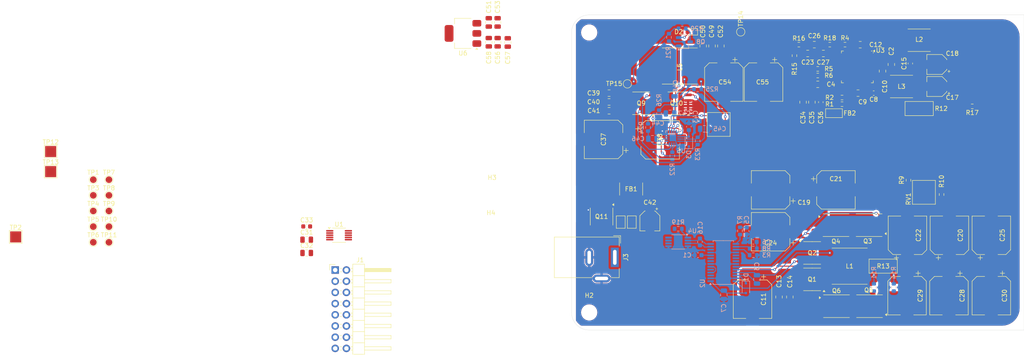
<source format=kicad_pcb>
(kicad_pcb (version 20240108) (generator "pcbnew") (generator_version "8.0")
  (layers (0 "F.Cu" signal) (31 "B.Cu" signal) (34 "B.Paste" user) (35 "F.Paste" user) (36 "B.SilkS" user "B.Silkscreen") (37 "F.SilkS" user "F.Silkscreen") (38 "B.Mask" user) (39 "F.Mask" user) (44 "Edge.Cuts" user))
  (net 0 "")
  (net 1 "GND")
  (net 2 "VDC")
  (net 3 "Net-(D1-K)")
  (net 4 "Net-(C6-Pad2)")
  (net 5 "/Power/FB")
  (net 6 "+5V")
  (net 7 "/Driver/LD")
  (net 8 "/Driver/TEC-")
  (net 9 "/Driver/TEC+")
  (net 10 "/Driver/INT-")
  (net 11 "Net-(C19-Pad1)")
  (net 12 "/Driver/INTOUT")
  (net 13 "GNDA")
  (net 14 "/Driver/1V5ADC")
  (net 15 "+1V5")
  (net 16 "Net-(D2-A)")
  (net 17 "/Driver/SW")
  (net 18 "/Driver/SENSE+")
  (net 19 "/Driver/SENSE-")
  (net 20 "GND1")
  (net 21 "Net-(D1-A)")
  (net 22 "+3V3")
  (net 23 "Net-(D3-A)")
  (net 24 "Net-(JP1-B)")
  (net 25 "Net-(JP1-A)")
  (net 26 "/UNDERTMP_ALM")
  (net 27 "/~{LDAC}")
  (net 28 "/OVERTMP_ALM")
  (net 29 "/TEC_EN")
  (net 30 "/SDA")
  (net 31 "/ITEC_MON")
  (net 32 "/SUPPLY_EN")
  (net 33 "/ILD_MON_ADC")
  (net 34 "/CTRL_SEL")
  (net 35 "/LD_EN")
  (net 36 "/LD_MOD")
  (net 37 "/RDY{slash}~{BSY}")
  (net 38 "/SCL")
  (net 39 "/Power/DH")
  (net 40 "/Power/DL")
  (net 41 "Net-(Q3-D-Pad5)")
  (net 42 "/Driver/PWMGL")
  (net 43 "/Driver/PWMGH")
  (net 44 "Net-(Q8-G)")
  (net 45 "/Driver/NTC+")
  (net 46 "/Driver/BFB-")
  (net 47 "/Driver/CTRL_H_DAC")
  (net 48 "/Driver/CTRL_L_DAC")
  (net 49 "/Driver/MAXV_DAC")
  (net 50 "/Driver/FB+")
  (net 51 "Net-(L2-Pad1)")
  (net 52 "Net-(L3-Pad1)")
  (net 53 "/ILD_MON")
  (net 54 "Net-(U2-SS)")
  (net 55 "Net-(U3-AOUT)")
  (net 56 "Net-(U3-AIN-)")
  (net 57 "Net-(C5-Pad1)")
  (net 58 "Net-(U3-COMP)")
  (net 59 "Net-(U3-CS)")
  (net 60 "Net-(C20-Pad2)")
  (net 61 "Net-(C23-Pad2)")
  (net 62 "Net-(C26-Pad1)")
  (net 63 "Net-(C28-Pad2)")
  (net 64 "Net-(U5-VDD)")
  (net 65 "Net-(U5-ILIM)")
  (net 66 "Net-(D3-K)")
  (net 67 "Net-(U5-SW)")
  (net 68 "Net-(C47-Pad2)")
  (net 69 "Net-(L1-Pad2)")
  (net 70 "Net-(Q1-G)")
  (net 71 "Net-(Q2-G)")
  (net 72 "Net-(Q5-D-Pad5)")
  (net 73 "Net-(U3-AIN+)")
  (net 74 "Net-(U2-RT)")
  (net 75 "Net-(U2-VCL)")
  (net 76 "Net-(U2-VCH)")
  (net 77 "Net-(U2-FB)")
  (net 78 "Net-(U3-DIFOUT)")
  (net 79 "Net-(R19-Pad2)")
  (net 80 "Net-(R19-Pad1)")
  (net 81 "Net-(Q8-D)")
  (net 82 "Net-(U5-FREQ)")
  (net 85 "Net-(U3-NC-Pad2)")
  (footprint "TestPoint:TestPoint_Pad_D1.5mm" (layer "F.Cu") (at 52.205 75.485)
    (property "Reference" "TP9")
    (property "Value" "TestPoint")
  )
  (footprint "Capacitor_SMD:C_0805_2012Metric" (layer "F.Cu") (at 222.4 37.76)
    (property "Reference" "C12")
    (property "Value" "10u")
  )
  (footprint "PCM_Ferrite_SMD_AKL:Ferrite_0805_2012Metric" (layer "F.Cu") (at 216.45 53.3 180)
    (property "Reference" "FB2")
    (property "Value" "110R" (hide yes))
  )
  (footprint "Capacitor_SMD:C_0805_2012Metric" (layer "F.Cu") (at 212.775 46.75)
    (property "Reference" "C4")
    (property "Value" "1u")
  )
  (footprint "Inductor_SMD:L_Taiyo-Yuden_NR-50xx" (layer "F.Cu") (at 235.75 36.75)
    (property "Reference" "L2")
    (property "Value" "3u3")
  )
  (footprint "Capacitor_SMD:C_0805_2012Metric" (layer "F.Cu") (at 138.25 37.199999 -90)
    (property "Reference" "C58")
    (property "Value" "10u")
  )
  (footprint "Capacitor_SMD:CP_Elec_8x10.5" (layer "F.Cu") (at 242.5 94.7 -90)
    (property "Reference" "C28")
    (property "Value" "330u")
  )
  (footprint "Connector_BarrelJack:BarrelJack_Wuerth_6941xx301002" (layer "F.Cu") (at 166.8 86 -90)
    (property "Reference" "J3")
    (property "Value" "Barrel_Jack_Switch")
  )
  (footprint "Package_SO:PowerPAK_SO-8_Single" (layer "F.Cu") (at 217.02 97.085)
    (property "Reference" "Q6")
    (property "Value" "SiRC18DP")
  )
  (footprint "TestPoint:TestPoint_Pad_2.5x2.5mm" (layer "F.Cu") (at 31.075 81.365)
    (property "Reference" "TP2")
    (property "Value" "TestPoint")
  )
  (footprint "Resistor_SMD:R_0603_1608Metric" (layer "F.Cu") (at 218.95 37.75 180)
    (property "Reference" "R4")
    (property "Value" "1k")
  )
  (footprint "Capacitor_SMD:CP_Elec_8x10.5" (layer "F.Cu") (at 198 95.5 -90)
    (property "Reference" "C11")
    (property "Value" "330u")
  )
  (footprint "TestPoint:TestPoint_Pad_D1.5mm" (layer "F.Cu") (at 195.325 34.85 -90)
    (property "Reference" "TP14")
    (property "Value" "TestPoint")
  )
  (footprint "Package_SO:SOP-8_3.9x4.9mm_P1.27mm" (layer "F.Cu") (at 211.5 91 180)
    (property "Reference" "Q1")
    (property "Value" "RJK0355DSP")
  )
  (footprint "Resistor_SMD:R_0603_1608Metric" (layer "F.Cu") (at 207.5 40.25 -90)
    (property "Reference" "R15")
    (property "Value" "22k")
  )
  (footprint "Capacitor_SMD:CP_Elec_4x5.4" (layer "F.Cu") (at 174.75 77.75 -90)
    (property "Reference" "C42")
    (property "Value" "1u")
  )
  (footprint "Jumper:SolderJumper-2_P1.3mm_Open_TrianglePad1.0x1.5mm" (layer "F.Cu") (at 168.145 78 90)
    (property "Reference" "JP2" (hide yes))
    (property "Value" "SolderJumper_2_Open")
  )
  (footprint "MountingHole:MountingHole_3.2mm_M3_ISO7380" (layer "F.Cu") (at 138.75 79.75)
    (property "Reference" "H4")
    (property "Value" "MountingHole")
  )
  (footprint "Capacitor_SMD:C_0805_2012Metric" (layer "F.Cu") (at 214.05 39.75)
    (property "Reference" "C27")
    (property "Value" "470n")
  )
  (footprint "TestPoint:TestPoint_Pad_2.5x2.5mm" (layer "F.Cu") (at 39 66.55)
    (property "Reference" "TP13")
    (property "Value" "TestPoint")
  )
  (footprint "Capacitor_SMD:C_0805_2012Metric" (layer "F.Cu") (at 206.45 95 -90)
    (property "Reference" "C14")
    (property "Value" "100n")
  )
  (footprint "Capacitor_SMD:CP_Elec_8x10.5" (layer "F.Cu") (at 200.5 46.25 -90)
    (property "Reference" "C55")
    (property "Value" "330u")
  )
  (footprint "TestPoint:TestPoint_Pad_D1.5mm" (layer "F.Cu") (at 48.655 79.035)
    (property "Reference" "TP5")
    (property "Value" "TestPoint")
  )
  (footprint "Package_DFN_QFN:TQFN-48-1EP_7x7mm_P0.5mm_EP5.1x5.1mm" (layer "F.Cu") (at 221.75 42.8 -90)
    (property "Reference" "U3")
    (property "Value" "MAX1978")
  )
  (footprint "Capacitor_SMD:C_0805_2012Metric" (layer "F.Cu") (at 140.25 32.7 90)
    (property "Reference" "C53")
    (property "Value" "100n")
  )
  (footprint "PCM_Potentiometer_SMD_AKL:Potentiometer_Bourns_3214W_Vertical" (layer "F.Cu") (at 236.826694 71.25 -90)
    (property "Reference" "RV1")
    (property "Value" "100k" (hide yes))
  )
  (footprint "Capacitor_SMD:CP_Elec_4x5.4" (layer "F.Cu") (at 239.75 47.25 180)
    (property "Reference" "C17")
    (property "Value" "1u")
  )
  (footprint "Package_SO:SOP-8_3.9x4.9mm_P1.27mm" (layer "F.Cu") (at 211.5 85)
    (property "Reference" "Q2")
    (property "Value" "RJK0355DSP")
  )
  (footprint "Resistor_SMD:R_0603_1608Metric" (layer "F.Cu") (at 233.326694 68.5 -90)
    (property "Reference" "R9")
    (property "Value" "100k")
  )
  (footprint "Capacitor_SMD:C_0805_2012Metric" (layer "F.Cu") (at 221.9 48.75)
    (property "Reference" "C9")
    (property "Value" "22u")
  )
  (footprint "TestPoint:TestPoint_Pad_D1.5mm" (layer "F.Cu") (at 52.205 68.385)
    (property "Reference" "TP7")
    (property "Value" "TestPoint")
  )
  (footprint "Package_SO:SOP-8_3.9x4.9mm_P1.27mm" (layer "F.Cu") (at 172.775 51.05 180)
    (property "Reference" "Q9")
    (property "Value" "RJK0355DSP")
  )
  (footprint "Capacitor_SMD:C_0805_2012Metric" (layer "F.Cu") (at 211.45 50.8 90)
    (property "Reference" "C35")
    (property "Value" "100n")
  )
  (footprint "Capacitor_SMD:CP_Elec_8x10.5" (layer "F.Cu") (at 252.1 81 90)
    (property "Reference" "C25")
    (property "Value" "330u")
  )
  (footprint "Capacitor_SMD:CP_Elec_8x10.5" (layer "F.Cu") (at 202.1 80.2 180)
    (property "Reference" "C24")
    (property "Value" "330u")
  )
  (footprint "TestPoint:TestPoint_Pad_D1.5mm" (layer "F.Cu") (at 169.65 46.645)
    (property "Reference" "TP15")
    (property "Value" "TestPoint")
  )
  (footprint "NetTie:NetTie-2_SMD_Pad0.5mm" (layer "F.Cu") (at 220.95 50.75 180)
    (property "Reference" "NT1" (hide yes))
    (property "Value" "NetTie_2" (hide yes))
  )
  (footprint "Capacitor_SMD:CP_Elec_8x10.5" (layer "F.Cu") (at 252.1 94.7 -90)
    (property "Reference" "C30")
    (property "Value" "330u")
  )
  (footprint "Resistor_SMD:R_0603_1608Metric" (layer "F.Cu") (at 215.5 37.75 180)
    (property "Reference" "R18")
    (property "Value" "100k")
  )
  (footprint "Resistor_SMD:R_0603_1608Metric" (layer "F.Cu") (at 240.826694 71.75 -90)
    (property "Reference" "R10")
    (property "Value" "10K")
  )
  (footprint "TestPoint:TestPoint_Pad_D1.5mm" (layer "F.Cu") (at 52.205 82.585)
    (property "Reference" "TP11")
    (property "Value" "TestPoint")
  )
  (footprint "Capacitor_SMD:C_0805_2012Metric" (layer "F.Cu") (at 229.45 42.25 90)
    (property "Reference" "C2")
    (property "Value" "100n")
  )
  (footprint "Resistor_SMD:R_0603_1608Metric" (layer "F.Cu") (at 218.275 51.25 180)
    (property "Reference" "R1")
    (property "Value" "69.8k")
  )
  (footprint "Resistor_SMD:R_0603_1608Metric" (layer "F.Cu") (at 212.775 44.75)
    (property "Reference" "R6")
    (property "Value" "80.6k")
  )
  (footprint "Capacitor_SMD:C_0805_2012Metric" (layer "F.Cu") (at 204 95 -90)
    (property "Reference" "C13")
    (property "Value" "1u")
  )
  (footprint "Resistor_SMD:R_0603_1608Metric" (layer "F.Cu") (at 218.275 49.75)
    (property "Reference" "R2")
    (property "Value" "20k")
  )
  (footprint "PCM_Potentiometer_SMD_AKL:Potentiometer_Bourns_3214W_Vertical" (layer "F.Cu") (at 190.325 55.85 90)
    (property "Reference" "RV2" (hide yes))
    (property "Value" "100k" (hide yes))
  )
  (footprint "Capacitor_SMD:C_0805_2012Metric" (layer "F.Cu") (at 212 37.75 180)
    (property "Reference" "C26")
    (property "Value" "10u")
  )
  (footprint "Package_SO:SOP-8_3.9x4.9mm_P1.27mm" (layer "F.Cu") (at 180.775 51.05 180)
    (property "Reference" "Q10")
    (property "Value" "RJK0355DSP")
  )
  (footprint "MountingHole:MountingHole_3.2mm_M3_ISO7380" (layer "F.Cu") (at 161 35)
    (property "Reference" "H1" (hide yes))
    (property "Value" "MountingHole")
  )
  (footprint "TestPoint:TestPoint_Pad_2.5x2.5mm" (layer "F.Cu") (at 39 62)
    (property "Reference" "TP12")
    (property "Value" "TestPoint")
  )
  (footprint "Capacitor_SMD:C_0805_2012Metric" (layer "F.Cu") (at 186.825 38.05 90)
    (property "Reference" "C50")
    (property "Value" "1u")
  )
  (footprint "Resistor_SMD:R_0603_1608Metric" (layer "F.Cu") (at 212.775 43.25)
    (property "Reference" "R5")
    (property "Value" "20k")
  )
  (footprint "Inductor_SMD:L_Taiyo-Yuden_NR-50xx" (layer "F.Cu") (at 231.75 47.25)
    (property "Reference" "L3")
    (property "Value" "3u3")
  )
  (footprint "Capacitor_SMD:CP_Elec_8x10.5" (layer "F.Cu") (at 202.1 70.7 180)
    (property "Reference" "C19")
    (property "Value" "330u")
  )
  (footprint "Capacitor_SMD:C_0805_2012Metric" (layer "F.Cu") (at 97 85.01)
    (property "Reference" "C32")
    (property "Value" "100n")
  )
  (footprint "Inductor_SMD:L_Taiyo-Yuden_NR-80xx" (layer "F.Cu") (at 181.525 42.6)
    (property "Reference" "L5")
    (property "Value" "22u")
  )
  (footprint "Capacitor_SMD:C_0805_2012Metric" (layer "F.Cu") (at 97 82)
    (property "Reference" "C31")
    (property "Value" "1u")
  )
  (footprint "Capacitor_SMD:C_0805_2012Metric" (layer "F.Cu") (at 188.825 38.05 90)
    (property "Reference" "C49")
    (property "Value" "100n")
  )
  (footprint "Capacitor_SMD:CP_Elec_8x10.5" (layer "F.Cu") (at 242.6 81 90)
    (property "Reference" "C20")
    (property "Value" "330u")
  )
  (footprint "Capacitor_SMD:CP_Elec_8x10.5" (layer "F.Cu") (at 233 94.7 -90)
    (property "Reference" "C29")
    (property "Value" "330u")
  )
  (footprint "Capacitor_SMD:CP_Elec_4x5.4" (layer "F.Cu") (at 239.75 42.25 180)
    (property "Reference" "C18")
    (property "Value" "1u")
  )
  (footprint "NetTie:NetTie-2_SMD_Pad0.5mm" (layer "F.Cu") (at 177.575 57.849999 90)
    (property "Reference" "NT2" (hide yes))
    (property "Value" "NetTie_2" (hide yes))
  )
  (footprint "Capacitor_SMD:C_0805_2012Metric" (layer "F.Cu") (at 138.25 32.699999 90)
    (property "Reference" "C51")
    (property "Value" "10u")
  )
  (footprint "Package_SO:PowerPAK_SO-8_Single" (layer "F.Cu") (at 216.91 78.7)
    (property "Reference" "Q4")
    (property "Value" "SiRC18DP")
  )
  (footprint "TestPoint:TestPoint_Pad_D1.5mm" (layer "F.Cu") (at 52.205 71.935)
    (property "Reference" "TP8")
    (property "Value" "TestPoint")
  )
  (footprint "Package_SO:PowerPAK_SO-8_Single" (layer "F.Cu") (at 224.41 78.7 180)
    (property "Reference" "Q3")
    (property "Value" "SiRC18DP")
  )
  (footprint "TestPoint:TestPoint_Pad_D1.5mm" (layer "F.Cu") (at 48.655 71.935)
    (property "Reference" "TP3")
    (property "Value" "TestPoint")
  )
  (footprint "Capacitor_SMD:C_0805_2012Metric" (layer "F.Cu") (at 165.5 52.75 180)
    (property "Reference" "C41")
    (property "Value" "100n")
  )
  (footprint "Capacitor_SMD:C_0805_2012Metric" (layer "F.Cu") (at 210.5 39.75 180)
    (property "Reference" "C23")
    (property "Value" "470n")
  )
  (footprint "Capacitor_SMD:CP_Elec_8x10.5" (layer "F.Cu") (at 191.5 46.25 -90)
    (property "Reference" "C54")
    (property "Value" "330u")
  )
  (footprint "Capacitor_SMD:C_0805_2012Metric" (layer "F.Cu") (at 140.26 37.199999 -90)
    (property "Reference" "C56")
    (property "Value" "100n")
  )
  (footprint "TestPoint:TestPoint_Pad_D1.5mm" (layer "F.Cu") (at 48.655 68.385)
    (property "Reference" "TP1")
    (property "Value" "TestPoint")
  )
  (footprint "Package_SO:SOIC-8_3.9x4.9mm_P1.27mm" (layer "F.Cu") (at 163.8 76.75 -90)
    (property "Reference" "Q11")
    (property "Value" "DMP3037LSS-13")
  )
  (footprint "Resistor_SMD:R_0603_1608Metric" (layer "F.Cu") (at 247.775 51.75 180)
    (property "Reference" "R17")
    (property "Value" "10k")
  )
  (footprint "Capacitor_SMD:C_0603_1608Metric" (layer "F.Cu") (at 225.45 48.75 180)
    (property "Reference" "C8")
    (property "Value" "10n")
  )
  (footprint "Resistor_SMD:R_0603_1608Metric" (layer "F.Cu") (at 208.5 37.75)
    (property "Reference" "R16")
    (property "Value" "1M")
  )
  (footprint "MountingHole:MountingHole_3.2mm_M3_ISO7380" (layer "F.Cu") (at 139 71.75)
    (property "Reference" "H3")
    (property "Value" "MountingHole")
  )
  (footprint "Connector_PinHeader_2.54mm:PinHeader_2x08_P2.54mm_Horizontal" (layer "F.Cu") (at 103.46 88.88)
    (property "Reference" "J1")
    (property "Value" "BASYS3")
  )
  (footprint "MountingHole:MountingHole_3.2mm_M3_ISO7380" (layer "F.Cu") (at 161 98.5)
    (property "Reference" "H2")
    (property "Value" "MountingHole")
  )
  (footprint "Capacitor_SMD:C_0603_1608Metric" (layer "F.Cu") (at 97 78.99)
    (property "Reference" "C33")
    (property "Value" "10n")
  )
  (footprint "Package_SO:MSOP-10_3x3mm_P0.5mm" (layer "F.Cu") (at 104.335 80.985)
    (property "Reference" "U1")
    (property "Value" "MCP4728")
  )
  (footprint "TestPoint:TestPoint_Pad_D1.5mm" (layer "F.Cu") (at 48.655 75.485)
    (property "Reference" "TP4")
    (property "Value" "TestPoint")
  )
  (footprint "Capacitor_SMD:C_0805_2012Metric" (layer "F.Cu") (at 209.45 50.8 90)
    (property "Reference" "C34")
    (property "Value" "1u")
  )
  (footprint "Capacitor_SMD:CP_Elec_8x10.5" (layer "F.Cu") (at 233.1 81 90)
    (property "Reference" "C22")
    (property "Value" "330u")
  )
  (footprint "TestPoint:TestPoint_Pad_D1.5mm" (layer "F.Cu") (at 52.205 79.035)
    (property "Reference" "TP10")
    (property "Value" "TestPoint")
  )
  (footprint "Capacitor_SMD:C_2220_5750Metric_Pad1.97x5.40mm_HandSolder" (layer "F.Cu") (at 170.5 70.5 90)
    (property "Reference" "FB1")
    (property "Value" "100")
  )
  (footprint "Package_SO:PowerPAK_SO-8_Single" (layer "F.Cu") (at 224.505 97.085 180)
    (property "Reference" "Q5")
    (property "Value" "SiRC18DP")
  )
  (footprint "PCM_Resistor_SMD_AKL:R_2010_5025Metric" (layer "F.Cu") (at 235.75 52.25)
    (property "Reference" "R12")
    (property "Value" "50m" (hide yes))
  )
  (footprint "Package_TO_SOT_SMD:SOT-223-3_TabPin2" (layer "F.Cu") (at 132.4 35.199999 180)
    (property "Reference" "U6")
    (property "Value" "NCP1117-3.3_SOT223")
  )
  (footprint "Capacitor_SMD:C_0805_2012Metric" (layer "F.Cu") (at 227.45 43.75 -90)
    (property "Reference" "C10")
    (property "Value" "10u")
  )
  (footprint "PCM_Resistor_SMD_AKL:R_2010_5025Metric" (layer "F.Cu") (at 227.6 88)
    (property "Reference" "R13")
    (property "Value" "25m" (hide yes))
  )
  (footprint "Capacitor_SMD:C_0805_2012Metric" (layer "F.Cu") (at 142.55 37.249999 -90)
    (property "Reference" "C57")
    (property "Value" "10u")
  )
  (footprint "Capacitor_SMD:CP_Elec_8x10.5" (layer "F.Cu") (at 216.9 70.7)
    (property "Reference" "C21")
    (property "Value" "330u")
  )
  (footprint "Capacitor_SMD:C_0805_2012Metric" (layer "F.Cu") (at 165.5 48.750001 180)
    (property "Reference" "C39")
    (property "Value" "10u")
  )
  (footprint "Capacitor_SMD:C_0805_2012Metric" (layer "F.Cu") (at 190.825 38.05 90)
    (property "Reference" "C52")
    (property "Value" "10u")
  )
  (footprint "Jumper:SolderJumper-2_P1.3mm_Open_TrianglePad1.0x1.5mm" (layer "F.Cu") (at 170.645 78 90)
    (property "Reference" "JP1" (hide yes))
    (property "Value" "SolderJumper_2_Open")
  )
  (footprint "Inductor_SMD:L_Taiyo-Yuden_NR-80xx" (layer "F.Cu") (at 220 88)
    (property "Reference" "L1")
    (property "Value" "22u")
  )
  (footprint "Capacitor_SMD:CP_Elec_8x10.5" (layer "F.Cu") (at 177.075 59.35)
    (property "Reference" "C38")
    (property "Value" "220u")
  )
  (footprint "TestPoint:TestPoint_Pad_D1.5mm" (layer "F.Cu") (at 48.655 82.585)
    (property "Reference" "TP6")
    (property "Value" "TestPoint")
  )
  (footprint "Capacitor_SMD:C_0603_1608Metric" (layer "F.Cu") (at 233.75 42.025 90)
    (property "Reference" "C15")
    (property "Value" "4u7")
  )
  (footprint "Capacitor_SMD:C_0805_2012Metric" (layer "F.Cu") (at 165.5 50.75 180)
    (property "Reference" "C40")
    (property "Value" "1u")
  )
  (footprint "Capacitor_SMD:CP_Elec_8x10.5" (layer "F.Cu") (at 164.25 59.25 180)
    (property "Reference" "C37")
    (property "Value" "220u")
  )
  (footprint "LED_SMD:LED_0603_1608Metric" (layer "F.Cu") (at 184.075 34.85 180)
    (property "Reference" "D2")
    (property "Value" "LED")
  )
  (footprint "Capacitor_SMD:C_0603_1608Metric" (layer "F.Cu") (at 213.47 50.8 90)
    (property "Reference" "C36")
    (property "Value" "10n")
  )
  (footprint "Resistor_SMD:R_0603_1608Metric" (layer "B.Cu") (at 225.5 92.825 90)
    (property "Reference" "R11")
    (property "Value" "10")
  )
  (footprint "Diode_SMD:D_SOD-323F" (layer "B.Cu") (at 196.5 93 -90)
    (property "Reference" "D1")
    (property "Value" "BAT54")
  )
  (footprint "Capacitor_SMD:C_0805_2012Metric" (layer "B.Cu") (at 175.325 59.1)
    (property "Reference" "C46")
    (property "Value" "100n")
  )
  (footprint "Capacitor_SMD:C_0603_1608Metric" (layer "B.Cu") (at 198.164999 82.505)
    (property "Reference" "C6")
    (property "Value" "2.2n")
  )
  (footprint "Resistor_SMD:R_0603_1608Metric" (layer "B.Cu") (at 198.164999 85.505 180)
    (property "Reference" "R3")
    (property "Value" "40.2k")
  )
  (footprint "Capacitor_SMD:C_0603_1608Metric" (layer "B.Cu") (at 179.575 55.1 180)
    (property "Reference" "C44")
    (property "Value" "4u7")
  )
  (footprint "Capacitor_SMD:C_0603_1608Metric" (layer "B.Cu") (at 186.084999 82.505 -90)
    (property "Reference" "C16")
    (property "Value" "33n")
  )
  (footprint "Package_DFN_QFN:HVQFN-16-1EP_3x3mm_P0.5mm_EP1.5x1.5mm" (layer "B.Cu") (at 179.95 58.9125 180)
    (property "Reference" "U5")
    (property "Value" "MIC2101")
  )
  (footprint "Resistor_SMD:R_0603_1608Metric" (layer "B.Cu") (at 179.075 36.1 90)
    (property "Reference" "R21")
    (property "Value" "10k")
  )
  (footprint "Resistor_SMD:R_0603_1608Metric" (layer "B.Cu") (at 176.825 53.425 90)
    (property "Reference" "R26")
    (property "Value" "10k")
  )
  (footprint "Diode_SMD:D_SOD-323F" (layer "B.Cu") (at 183.575 59.725 90)
    (property "Reference" "D3")
    (property "Value" "1PS76SB21")
  )
  (footprint "Capacitor_SMD:C_0603_1608Metric" (layer "B.Cu") (at 196.664999 80.005 -90)
    (property "Reference" "C5")
    (property "Value" "2.2n")
  )
  (footprint "Package_SO:TSSOP-28-1EP_4.4x9.7mm_P0.65mm_EP2.85x6.7mm" (layer "B.Cu") (at 191.374999 87.175)
    (property "Reference" "U2")
    (property "Value" "LM3743")
  )
  (footprint "Capacitor_SMD:C_0805_2012Metric" (layer "B.Cu") (at 180.325 50.425 90)
    (property "Reference" "C48")
    (property "Value" "100n")
  )
  (footprint "Resistor_SMD:R_0603_1608Metric" (layer "B.Cu") (at 174.325 56.525 -90)
    (property "Reference" "R24")
    (property "Value" "R_Small")
  )
  (footprint "Resistor_SMD:R_0603_1608Metric" (layer "B.Cu") (at 182.075 34.1 180)
    (property "Reference" "R20")
    (property "Value" "2k2")
  )
  (footprint "Resistor_SMD:R_0603_1608Metric" (layer "B.Cu") (at 185.575 59.6 -90)
    (property "Reference" "R23")
    (property "Value" "R_Small")
  )
  (footprint "Resistor_SMD:R_0603_1608Metric" (layer "B.Cu") (at 179.825 62.975 -90)
    (property "Reference" "R22")
    (property "Value" "100k 1%")
  )
  (footprint "Capacitor_SMD:C_0603_1608Metric" (layer "B.Cu") (at 185.664999 85.505)
    (property "Reference" "C1")
    (property "Value" "10n")
  )
  (footprint "Resistor_SMD:R_0603_1608Metric" (layer "B.Cu") (at 198.164999 84.005)
    (property "Reference" "R8")
    (property "Value" "800k")
  )
  (footprint "Capacitor_SMD:C_0805_2012Metric" (layer "B.Cu") (at 191.5 94.5 90)
    (property "Reference" "C7")
    (property "Value" "22u")
  )
  (footprint "Package_SO:VSSOP-8_3.0x3.0mm_P0.65mm" (layer "B.Cu") (at 181.164999 82.505 180)
    (property "Reference" "U4")
    (property "Value" "INA333xxDGK")
  )
  (footprint "Capacitor_SMD:C_0805_2012Metric" (layer "B.Cu") (at 187.075 56.85 180)
    (property "Reference" "C45")
    (property "Value" "100n")
  )
  (footprint "Resistor_SMD:R_0603_1608Metric" (layer "B.Cu") (at 230 92.825 90)
    (property "Reference" "R14")
    (property "Value" "10")
  )
  (footprint "Package_TO_SOT_SMD:TSOT-23" (layer "B.Cu") (at 182.575 37.1)
    (property "Reference" "Q8")
    (property "Value" "2N7002")
  )
  (footprint "Resistor_SMD:R_0603_1608Metric" (layer "B.Cu") (at 195.164999 80.005 90)
    (property "Reference" "R7")
    (property "Value" "800k")
  )
  (footprint "Capacitor_SMD:C_0805_2012Metric" (layer "B.Cu") (at 179.325 53.35 180)
    (property "Reference" "C47")
    (property "Value" "100n")
  )
  (footprint "Resistor_SMD:R_0603_1608Metric" (layer "B.Cu") (at 181.164999 79.53)
    (property "Reference" "R19")
    (property "Value" "11K 0.1%")
  )
  (footprint "Resistor_SMD:R_0603_1608Metric" (layer "B.Cu") (at 185.575 47.85)
    (property "Reference" "R25")
    (property "Value" "100k")
  )
  (footprint "Capacitor_SMD:C_0603_1608Metric" (layer "B.Cu") (at 183.575 56.35 90)
    (property "Reference" "C43")
    (property "Value" "4u7")
  )
  (footprint "Capacitor_SMD:C_0805_2012Metric" (layer "B.Cu") (at 199 91 90)
    (property "Reference" "C3")
    (property "Value" "100n")
  )
  (gr_arc (start 161 102.5) (mid 158.171573 101.328427) (end 157 98.5) (stroke (width 0.05)) (layer "Edge.Cuts"))
  (gr_line (start 161 31) (end 259.5 31) (stroke (width 0.05)) (layer "Edge.Cuts"))
  (gr_line (start 259.5 102.5) (end 161 102.5) (stroke (width 0.05)) (layer "Edge.Cuts"))
  (gr_line (start 259.5 31) (end 259.5 102.5) (stroke (width 0.05)) (layer "Edge.Cuts"))
  (gr_line (start 157 98.5) (end 157 35) (stroke (width 0.05)) (layer "Edge.Cuts"))
  (gr_arc (start 157 35) (mid 158.171573 32.171573) (end 161 31) (stroke (width 0.05)) (layer "Edge.Cuts"))
  (segment (start 160.92 75.25) (end 161.895 74.275) (width 0.2) (layer "F.Cu") (net 1))
  (segment (start 160.8 75.25) (end 160.92 75.25) (width 0.2) (layer "F.Cu") (net 1))
  (via (at 160.8 75.25) (size 0.6) (drill 0.3) (layers "F.Cu" "B.Cu") (net 1))
  (via (at 185.825 55.1) (size 0.6) (drill 0.3) (layers "F.Cu" "B.Cu") (net 1))
  (via (at 181.575 61.6) (size 0.6) (drill 0.3) (layers "F.Cu" "B.Cu") (net 1))
  (segment (start 194.237499 90.75) (end 189.249998 90.75) (width 0.2) (layer "B.Cu") (net 1))
  (segment (start 181.575 61.225) (end 180.7 60.35) (width 0.2) (layer "B.Cu") (net 1))
  (segment (start 191.699999 87.5) (end 191.374999 87.175) (width 0.2) (layer "B.Cu") (net 1))
  (segment (start 191.049999 87.5) (end 191.374999 87.175) (width 0.2) (layer "B.Cu") (net 1))
  (segment (start 180.65 59.6125) (end 179.95 58.9125) (width 0.2) (layer "B.Cu") (net 1))
  (segment (start 194.237499 84.9) (end 191.374999 84.9) (width 0.2) (layer "B.Cu") (net 1))
  (segment (start 180.65 60.3) (end 180.65 59.6125) (width 0.2) (layer "B.Cu") (net 1))
  (segment (start 180.7 60.35) (end 180.65 60.3) (width 0.2) (layer "B.Cu") (net 1))
  (segment (start 188.512499 84.9) (end 191.374999 84.9) (width 0.2) (layer "B.Cu") (net 1))
  (segment (start 188.512499 87.5) (end 191.049999 87.5) (width 0.2) (layer "B.Cu") (net 1))
  (segment (start 191.374999 84.9) (end 191.374999 87.175) (width 0.2) (layer "B.Cu") (net 1))
  (segment (start 188.512499 90.75) (end 189.249998 90.75) (width 0.2) (layer "B.Cu") (net 1))
  (segment (start 191.374999 88.624999) (end 191.374999 87.175) (width 0.2) (layer "B.Cu") (net 1))
  (segment (start 181.575 61.6) (end 181.575 61.225) (width 0.2) (layer "B.Cu") (net 1))
  (segment (start 194.237499 87.5) (end 191.699999 87.5) (width 0.2) (layer "B.Cu") (net 1))
  (segment (start 181.575 57.225002) (end 181.049998 56.7) (width 0.2) (layer "F.Cu") (net 2))
  (segment (start 181.049998 56.7) (end 181.019349 56.730649) (width 0.2) (layer "F.Cu") (net 2))
  (segment (start 181.019349 56.730649) (end 179.898963 56.730649) (width 0.2) (layer "F.Cu") (net 2))
  (segment (start 176.125 56.6) (end 173.375 59.35) (width 0.2) (layer "F.Cu") (net 2))
  (segment (start 179.898963 56.730649) (end 179.768314 56.6) (width 0.2) (layer "F.Cu") (net 2))
  (segment (start 179.768314 56.6) (end 176.125 56.6) (width 0.2) (layer "F.Cu") (net 2))
  (via (at 171.075 46.1) (size 0.6) (drill 0.3) (layers "F.Cu" "B.Cu") (net 2))
  (via (at 175.575 62.1) (size 0.6) (drill 0.3) (layers "F.Cu" "B.Cu") (net 2))
  (via (at 181.575 57.225002) (size 0.6) (drill 0.3) (layers "F.Cu" "B.Cu") (net 2))
  (segment (start 181.575 57.225002) (end 181.200002 57.6) (width 0.2) (layer "B.Cu") (net 2))
  (segment (start 180.825 57.6) (end 180.7 57.475) (width 0.2) (layer "B.Cu") (net 2))
  (segment (start 179.075 35.275) (end 171.075 43.275) (width 0.2) (layer "B.Cu") (net 2))
  (segment (start 171.075 43.275) (end 171.075 46.1) (width 0.2) (layer "B.Cu") (net 2))
  (segment (start 177.075 63.6) (end 179.625 63.6) (width 0.2) (layer "B.Cu") (net 2))
  (segment (start 175.575 62.1) (end 177.075 63.6) (width 0.2) (layer "B.Cu") (net 2))
  (segment (start 181.200002 57.6) (end 180.825 57.6) (width 0.2) (layer "B.Cu") (net 2))
  (segment (start 181.25 34.1) (end 180.25 34.1) (width 0.2) (layer "B.Cu") (net 2))
  (segment (start 179.625 63.6) (end 179.825 63.8) (width 0.2) (layer "B.Cu") (net 2))
  (segment (start 180.25 34.1) (end 179.075 35.275) (width 0.2) (layer "B.Cu") (net 2))
  (segment (start 197.15 90.1) (end 199 91.95) (width 0.2) (layer "B.Cu") (net 3))
  (segment (start 194.237499 90.1) (end 197.15 90.1) (width 0.2) (layer "B.Cu") (net 3))
  (segment (start 196.5 91.650001) (end 194.949999 90.1) (width 0.2) (layer "B.Cu") (net 3))
  (segment (start 196.5 91.9) (end 196.5 91.650001) (width 0.2) (layer "B.Cu") (net 3))
  (segment (start 194.949999 90.1) (end 194.237499 90.1) (width 0.2) (layer "B.Cu") (net 3))
  (segment (start 198.939999 82.505) (end 198.939999 83.955) (width 0.2) (layer "B.Cu") (net 4))
  (segment (start 198.939999 83.955) (end 198.989999 84.005) (width 0.2) (layer "B.Cu") (net 4))
  (segment (start 186.475 53.85) (end 188.125 53.85) (width 0.2) (layer "F.Cu") (net 5))
  (segment (start 188.125 53.85) (end 188.875 54.6) (width 0.2) (layer "F.Cu") (net 5))
  (via (at 186.475 53.85) (size 0.6) (drill 0.3) (layers "F.Cu" "B.Cu") (net 5))
  (segment (start 180.274999 51.425) (end 180.325 51.374999) (width 0.2) (layer "B.Cu") (net 5))
  (segment (start 179.575 54.651304) (end 179.575 54.049999) (width 0.2) (layer "B.Cu") (net 5))
  (segment (start 186.475 53.85) (end 180.774999 53.85) (width 0.2) (layer "B.Cu") (net 5))
  (segment (start 184.075 47.85) (end 184.75 47.85) (width 0.2) (layer "B.Cu") (net 5))
  (segment (start 179.575 54.049999) (end 180.274999 53.35) (width 0.2) (layer "B.Cu") (net 5))
  (segment (start 180.774999 53.85) (end 180.274999 53.35) (width 0.2) (layer "B.Cu") (net 5))
  (segment (start 176.825 52.6) (end 178.050001 51.374999) (width 0.2) (layer "B.Cu") (net 5))
  (segment (start 180.274999 53.35) (end 180.274999 51.425) (width 0.2) (layer "B.Cu") (net 5))
  (segment (start 180.325 51.374999) (end 180.550001 51.374999) (width 0.2) (layer "B.Cu") (net 5))
  (segment (start 179.575 54.651304) (end 179.575 55.951055) (width 0.2) (layer "B.Cu") (net 5))
  (segment (start 179.575 55.951055) (end 179.2 56.326055) (width 0.2) (layer "B.Cu") (net 5))
  (segment (start 178.050001 51.374999) (end 180.325 51.374999) (width 0.2) (layer "B.Cu") (net 5))
  (segment (start 179.2 56.326055) (end 179.2 57.475) (width 0.2) (layer "B.Cu") (net 5))
  (segment (start 180.550001 51.374999) (end 184.075 47.85) (width 0.2) (layer "B.Cu") (net 5))
  (segment (start 184.325 42.6) (end 184.325 45.35) (width 0.2) (layer "F.Cu") (net 6))
  (segment (start 195.325 39) (end 195.325 34.85) (width 0.2) (layer "F.Cu") (net 6))
  (segment (start 191.825 54.1) (end 191.825 55.8) (width 0.2) (layer "F.Cu") (net 6))
  (segment (start 190.525 57.1) (end 191.775 55.85) (width 0.2) (layer "F.Cu") (net 6))
  (segment (start 188.875 57.1) (end 190.525 57.1) (width 0.2) (layer "F.Cu") (net 6))
  (segment (start 190.825 39) (end 195.325 39) (width 0.2) (layer "F.Cu") (net 6))
  (segment (start 191.825 55.8) (end 191.775 55.85) (width 0.2) (layer "F.Cu") (net 6))
  (via (at 191.825 54.1) (size 0.6) (drill 0.3) (layers "F.Cu" "B.Cu") (net 6))
  (via (at 186.325 46.1) (size 0.6) (drill 0.3) (layers "F.Cu" "B.Cu") (net 6))
  (via (at 182.575 45.6) (size 0.6) (drill 0.3) (layers "F.Cu" "B.Cu") (net 6))
  (segment (start 191.825 53.275) (end 186.4 47.85) (width 0.2) (layer "B.Cu") (net 6))
  (segment (start 186.4 46.175) (end 186.325 46.1) (width 0.2) (layer "B.Cu") (net 6))
  (segment (start 182.575 45.6) (end 182.575 47.225001) (width 0.2) (layer "B.Cu") (net 6))
  (segment (start 182.575 47.225001) (end 180.325 49.475001) (width 0.2) (layer "B.Cu") (net 6))
  (segment (start 191.825 54.1) (end 191.825 53.275) (width 0.2) (layer "B.Cu") (net 6))
  (segment (start 186.4 47.85) (end 186.4 46.175) (width 0.2) (layer "B.Cu") (net 6))
  (via (at 230 90) (size 0.6) (drill 0.3) (layers "F.Cu" "B.Cu") (net 7))
  (segment (start 230 90) (end 230 92) (width 0.2) (layer "B.Cu") (net 7))
  (segment (start 183.2875 35.3875) (end 182.575 36.1) (width 0.2) (layer "F.Cu") (net 16))
  (segment (start 183.2875 34.85) (end 183.2875 35.3875) (width 0.2) (layer "F.Cu") (net 16))
  (via (at 182.575 36.1) (size 0.6) (drill 0.3) (layers "F.Cu" "B.Cu") (net 16))
  (segment (start 182.575 36.1) (end 181.315001 36.1) (width 0.2) (layer "B.Cu") (net 16))
  (segment (start 181.315001 36.1) (end 181.265001 36.15) (width 0.2) (layer "B.Cu") (net 16))
  (via (at 215.5 85) (size 0.6) (drill 0.3) (layers "F.Cu" "B.Cu") (net 17))
  (segment (start 194.237499 89.45) (end 198.4 89.45) (width 0.2) (layer "B.Cu") (net 17))
  (segment (start 198.4 89.45) (end 199 90.05) (width 0.2) (layer "B.Cu") (net 17))
  (segment (start 203 90) (end 208 85) (width 0.2) (layer "B.Cu") (net 17))
  (segment (start 199.05 90) (end 203 90) (width 0.2) (layer "B.Cu") (net 17))
  (segment (start 199 90.05) (end 199.05 90) (width 0.2) (layer "B.Cu") (net 17))
  (segment (start 208 85) (end 215.5 85) (width 0.2) (layer "B.Cu") (net 17))
  (segment (start 188.457499 83.655) (end 188.512499 83.6) (width 0.2) (layer "B.Cu") (net 18))
  (segment (start 185.634999 82.83) (end 183.364999 82.83) (width 0.2) (layer "B.Cu") (net 18))
  (segment (start 186.739999 83.28) (end 187.114999 83.655) (width 0.2) (layer "B.Cu") (net 18))
  (segment (start 187.114999 83.655) (end 188.457499 83.655) (width 0.2) (layer "B.Cu") (net 18))
  (segment (start 186.084999 83.28) (end 186.739999 83.28) (width 0.2) (layer "B.Cu") (net 18))
  (segment (start 186.084999 83.28) (end 185.634999 82.83) (width 0.2) (layer "B.Cu") (net 18))
  (segment (start 187.114999 82.655) (end 187.009999 82.655) (width 0.2) (layer "B.Cu") (net 19))
  (segment (start 187.409999 82.95) (end 187.114999 82.655) (width 0.2) (layer "B.Cu") (net 19))
  (segment (start 186.084999 81.73) (end 185.634999 82.18) (width 0.2) (layer "B.Cu") (net 19))
  (segment (start 188.512499 82.95) (end 187.409999 82.95) (width 0.2) (layer "B.Cu") (net 19))
  (segment (start 185.634999 82.18) (end 183.364999 82.18) (width 0.2) (layer "B.Cu") (net 19))
  (segment (start 187.009999 82.655) (end 186.084999 81.73) (width 0.2) (layer "B.Cu") (net 19))
  (via (at 177.575 57.35) (size 0.6) (drill 0.3) (layers "F.Cu" "B.Cu") (net 20))
  (segment (start 178.8 55.475) (end 178.8 55.1) (width 0.2) (layer "B.Cu") (net 20))
  (segment (start 178.5125 55.3875) (end 178.8 55.1) (width 0.2) (layer "B.Cu") (net 20))
  (segment (start 188.512499 91.4) (end 190.662499 93.55) (width 0.2) (layer "B.Cu") (net 21))
  (segment (start 192.05 94.1) (end 191.5 93.55) (width 0.2) (layer "B.Cu") (net 21))
  (segment (start 196.5 94.1) (end 192.05 94.1) (width 0.2) (layer "B.Cu") (net 21))
  (segment (start 190.662499 93.55) (end 191.5 93.55) (width 0.2) (layer "B.Cu") (net 21))
  (segment (start 181.3875 58.6625) (end 182.1375 58.6625) (width 0.2) (layer "B.Cu") (net 23))
  (segment (start 183.575 57.125) (end 183.575 58.625) (width 0.2) (layer "B.Cu") (net 23))
  (segment (start 181.3875 58.6625) (end 183.5375 58.6625) (width 0.2) (layer "B.Cu") (net 23))
  (segment (start 183.5375 58.6625) (end 183.575 58.625) (width 0.2) (layer "B.Cu") (net 23))
  (via (at 181.075 56.1) (size 0.6) (drill 0.3) (layers "F.Cu" "B.Cu") (net 32))
  (segment (start 180.2 57.023114) (end 180.2 57.475) (width 0.2) (layer "B.Cu") (net 32))
  (segment (start 181.075 56.148114) (end 180.2 57.023114) (width 0.2) (layer "B.Cu") (net 32))
  (segment (start 181.075 56.1) (end 181.075 56.148114) (width 0.2) (layer "B.Cu") (net 32))
  (segment (start 189.249998 88.15) (end 189.649999 88.550001) (width 0.2) (layer "B.Cu") (net 35))
  (segment (start 188.512499 88.15) (end 189.249998 88.15) (width 0.2) (layer "B.Cu") (net 35))
  (segment (start 189.649999 88.99) (end 189.189999 89.45) (width 0.2) (layer "B.Cu") (net 35))
  (segment (start 189.189999 89.45) (end 188.512499 89.45) (width 0.2) (layer "B.Cu") (net 35))
  (segment (start 189.649999 88.550001) (end 189.649999 88.99) (width 0.2) (layer "B.Cu") (net 35))
  (segment (start 174.075 49.35) (end 175.195 49.35) (width 0.2) (layer "F.Cu") (net 39))
  (segment (start 175.195 49.35) (end 175.4 49.145) (width 0.2) (layer "F.Cu") (net 39))
  (via (at 174.075 49.35) (size 0.6) (drill 0.3) (layers "F.Cu" "B.Cu") (net 39))
  (segment (start 179.7 60.85) (end 179.7 60.35) (width 0.2) (layer "B.Cu") (net 39))
  (segment (start 174.575 61.475) (end 179.075 61.475) (width 0.2) (layer "B.Cu") (net 39))
  (segment (start 179.075 61.475) (end 179.7 60.85) (width 0.2) (layer "B.Cu") (net 39))
  (segment (start 173.075 59.975) (end 174.575 61.475) (width 0.2) (layer "B.Cu") (net 39))
  (segment (start 173.075 50.35) (end 173.075 59.975) (width 0.2) (layer "B.Cu") (net 39))
  (segment (start 174.075 49.35) (end 173.075 50.35) (width 0.2) (layer "B.Cu") (net 39))
  (segment (start 185.075 49.6) (end 184.62 49.145) (width 0.2) (layer "F.Cu") (net 40))
  (segment (start 184.62 49.145) (end 183.4 49.145) (width 0.2) (layer "F.Cu") (net 40))
  (via (at 185.075 49.6) (size 0.6) (drill 0.3) (layers "F.Cu" "B.Cu") (net 40))
  (segment (start 185.075 49.6) (end 187.075 51.6) (width 0.2) (layer "B.Cu") (net 40))
  (segment (start 187.075 58.942372) (end 186.354872 59.6625) (width 0.2) (layer "B.Cu") (net 40))
  (segment (start 187.075 51.6) (end 187.075 58.942372) (width 0.2) (layer "B.Cu") (net 40))
  (segment (start 186.354872 59.6625) (end 181.3875 59.6625) (width 0.2) (layer "B.Cu") (net 40))
  (segment (start 210.527395 80.605) (end 210 80.605) (width 0.2) (layer "F.Cu") (net 42))
  (segment (start 211.487395 80.605) (end 211.487395 80.845) (width 0.2) (layer "F.Cu") (net 42))
  (segment (start 212.087395 80.845) (end 212.087395 80.605) (width 0.2) (layer "F.Cu") (net 42))
  (segment (start 211.847395 79.605) (end 211.727395 79.605) (width 0.2) (layer "F.Cu") (net 42))
  (segment (start 211.487395 80.845) (end 211.487395 81.365) (width 0.2) (layer "F.Cu") (net 42))
  (segment (start 212.687395 80.845) (end 212.687395 81.365) (width 0.2) (layer "F.Cu") (net 42))
  (segment (start 226.285 76) (end 227.08 76.795) (width 0.2) (layer "F.Cu") (net 42))
  (segment (start 210.647395 80.605) (end 210.527395 80.605) (width 0.2) (layer "F.Cu") (net 42))
  (segment (start 212.087395 80.605) (end 212.087395 79.845) (width 0.2) (layer "F.Cu") (net 42))
  (segment (start 210.887395 81.365) (end 210.887395 80.845) (width 0.2) (layer "F.Cu") (net 42))
  (segment (start 211.247395 81.605) (end 211.127395 81.605) (width 0.2) (layer "F.Cu") (net 42))
  (segment (start 212.087395 81.365) (end 212.087395 80.845) (width 0.2) (layer "F.Cu") (net 42))
  (segment (start 211.487395 79.845) (end 211.487395 80.605) (width 0.2) (layer "F.Cu") (net 42))
  (segment (start 212.447395 81.605) (end 212.327395 81.605) (width 0.2) (layer "F.Cu") (net 42))
  (segment (start 214.24 80.605) (end 212.927395 80.605) (width 0.2) (layer "F.Cu") (net 42))
  (segment (start 226 76) (end 226.285 76) (width 0.2) (layer "F.Cu") (net 42))
  (via (at 226 76) (size 0.6) (drill 0.3) (layers "F.Cu" "B.Cu") (net 42))
  (via (at 210 80.605) (size 0.6) (drill 0.3) (layers "F.Cu" "B.Cu") (net 42))
  (arc (start 211.487395 81.365) (mid 211.417101 81.534706) (end 211.247395 81.605) (width 0.2) (layer "F.Cu") (net 42))
  (arc (start 212.927395 80.605) (mid 212.757689 80.675294) (end 212.687395 80.845) (width 0.2) (layer "F.Cu") (net 42))
  (arc (start 211.127395 81.605) (mid 210.957689 81.534706) (end 210.887395 81.365) (width 0.2) (layer "F.Cu") (net 42))
  (arc (start 212.327395 81.605) (mid 212.157689 81.534706) (end 212.087395 81.365) (width 0.2) (layer "F.Cu") (net 42))
  (arc (start 212.687395 81.365) (mid 212.617101 81.534706) (end 212.447395 81.605) (width 0.2) (layer "F.Cu") (net 42))
  (arc (start 210.887395 80.845) (mid 210.817101 80.675294) (end 210.647395 80.605) (width 0.2) (layer "F.Cu") (net 42))
  (arc (start 212.087395 79.845) (mid 212.017101 79.675294) (end 211.847395 79.605) (width 0.2) (layer "F.Cu") (net 42))
  (arc (start 211.727395 79.605) (mid 211.557689 79.675294) (end 211.487395 79.845) (width 0.2) (layer "F.Cu") (net 42))
  (segment (start 209.895 80.605) (end 202.35 88.15) (width 0.2) (layer "B.Cu") (net 42))
  (segment (start 210 80.605) (end 214.605 76) (width 0.2) (layer "B.Cu") (net 42))
  (segment (start 202.35 88.15) (end 194.237499 88.15) (width 0.2) (layer "B.Cu") (net 42))
  (segment (start 194.329999 88.0575) (end 194.237499 88.15) (width 0.2) (layer "B.Cu") (net 42))
  (segment (start 214.605 76) (end 226 76) (width 0.2) (layer "B.Cu") (net 42))
  (segment (start 210 80.605) (end 209.895 80.605) (width 0.2) (layer "B.Cu") (net 42))
  (segment (start 180.147492 56.130649) (end 180.147492 53.777508) (width 0.2) (layer "F.Cu") (net 44))
  (segment (start 180.147492 53.777508) (end 180.575 53.35) (width 0.2) (layer "F.Cu") (net 44))
  (segment (start 180.575 53.35) (end 180.575 47.85) (width 0.2) (layer "F.Cu") (net 44))
  (segment (start 180.575 47.85) (end 181.325 47.1) (width 0.2) (layer "F.Cu") (net 44))
  (via (at 181.325 47.1) (size 0.6) (drill 0.3) (layers "F.Cu" "B.Cu") (net 44))
  (via (at 180.147492 56.130649) (size 0.6) (drill 0.3) (layers "F.Cu" "B.Cu") (net 44))
  (segment (start 179.7 56.578141) (end 179.7 57.475) (width 0.2) (layer "B.Cu") (net 44))
  (segment (start 181.265 38.05) (end 180.2 38.05) (width 0.2) (layer "B.Cu") (net 44))
  (segment (start 180.2 38.05) (end 179.075 36.925) (width 0.2) (layer "B.Cu") (net 44))
  (segment (start 181.325 47.1) (end 181.325 38.1) (width 0.2) (layer "B.Cu") (net 44))
  (segment (start 180.147492 56.130649) (end 179.7 56.578141) (width 0.2) (layer "B.Cu") (net 44))
  (segment (start 188.467499 85.505) (end 188.512499 85.55) (width 0.2) (layer "B.Cu") (net 54))
  (segment (start 186.439999 85.505) (end 188.467499 85.505) (width 0.2) (layer "B.Cu") (net 54))
  (segment (start 195.214999 79.23) (end 195.164999 79.18) (width 0.2) (layer "B.Cu") (net 57))
  (segment (start 196.664999 79.23) (end 195.214999 79.23) (width 0.2) (layer "B.Cu") (net 57))
  (segment (start 182.175 56.220343) (end 181.054657 55.1) (width 0.2) (layer "B.Cu") (net 64))
  (segment (start 181.3875 58.1625) (end 181.8875 58.1625) (width 0.2) (layer "B.Cu") (net 64))
  (segment (start 181.8875 58.1625) (end 182.175 57.875) (width 0.2) (layer "B.Cu") (net 64))
  (segment (start 181.054657 55.1) (end 180.35 55.1) (width 0.2) (layer "B.Cu") (net 64))
  (segment (start 182.175 57.875) (end 182.175 56.220343) (width 0.2) (layer "B.Cu") (net 64))
  (segment (start 186.1 56.875) (end 186.125 56.85) (width 0.2) (layer "B.Cu") (net 65))
  (segment (start 181.4 59.175) (end 185.175 59.175) (width 0.2) (layer "B.Cu") (net 65))
  (segment (start 185.175 59.175) (end 186.1 58.25) (width 0.2) (layer "B.Cu") (net 65))
  (segment (start 181.3875 59.1625) (end 181.4 59.175) (width 0.2) (layer "B.Cu") (net 65))
  (segment (start 186.1 58.25) (end 186.1 56.875) (width 0.2) (layer "B.Cu") (net 65))
  (segment (start 177.325 62.1) (end 177.575 62.35) (width 0.2) (layer "F.Cu") (net 66))
  (segment (start 177.325 59.6) (end 177.325 62.1) (width 0.2) (layer "F.Cu") (net 66))
  (via (at 177.325 59.6) (size 0.6) (drill 0.3) (layers "F.Cu" "B.Cu") (net 66))
  (via (at 177.575 62.35) (size 0.6) (drill 0.3) (layers "F.Cu" "B.Cu") (net 66))
  (segment (start 181.925 62.975) (end 183.575 61.325) (width 0.2) (layer "B.Cu") (net 66))
  (segment (start 177.7625 59.1625) (end 178.5125 59.1625) (width 0.2) (layer "B.Cu") (net 66))
  (segment (start 183.575 61.325) (end 183.575 60.825) (width 0.2) (layer "B.Cu") (net 66))
  (segment (start 178.2 62.975) (end 181.925 62.975) (width 0.2) (layer "B.Cu") (net 66))
  (segment (start 176.774999 59.6) (end 176.274999 59.1) (width 0.2) (layer "B.Cu") (net 66))
  (segment (start 177.575 62.35) (end 178.2 62.975) (width 0.2) (layer "B.Cu") (net 66))
  (segment (start 177.325 59.6) (end 176.774999 59.6) (width 0.2) (layer "B.Cu") (net 66))
  (segment (start 177.325 59.6) (end 177.7625 59.1625) (width 0.2) (layer "B.Cu") (net 66))
  (segment (start 175.45 54.475) (end 175.45 52.955) (width 0.2) (layer "F.Cu") (net 67))
  (segment (start 177.325 52.955) (end 175.4 52.955) (width 0.2) (layer "F.Cu") (net 67))
  (segment (start 175.45 52.955) (end 178.15 52.955) (width 0.2) (layer "F.Cu") (net 67))
  (via (at 175.45 54.475) (size 0.6) (drill 0.3) (layers "F.Cu" "B.Cu") (net 67))
  (via (at 172.475 52.85) (size 0.6) (drill 0.3) (layers "F.Cu" "B.Cu") (net 67))
  (segment (start 181.5 64.5) (end 176.475 64.5) (width 0.2) (layer "B.Cu") (net 67))
  (segment (start 174.375001 59.1) (end 174.375001 57.400001) (width 0.2) (layer "B.Cu") (net 67))
  (segment (start 176.475 64.5) (end 172.075 60.1) (width 0.2) (layer "B.Cu") (net 67))
  (segment (start 172.075 60.1) (end 172.075 53.25) (width 0.2) (layer "B.Cu") (net 67))
  (segment (start 185.575 60.425) (end 181.5 64.5) (width 0.2) (layer "B.Cu") (net 67))
  (segment (start 172.075 53.25) (end 172.475 52.85) (width 0.2) (layer "B.Cu") (net 67))
  (segment (start 174.375001 59.1) (end 175.625001 60.35) (width 0.2) (layer "B.Cu") (net 67))
  (segment (start 175.625001 60.35) (end 175.825 60.35) (width 0.2) (layer "B.Cu") (net 67))
  (segment (start 175.45 54.475) (end 175.45 56.225) (width 0.2) (layer "B.Cu") (net 67))
  (segment (start 174.375001 57.400001) (end 174.325 57.35) (width 0.2) (layer "B.Cu") (net 67))
  (segment (start 175.825 60.35) (end 179.2 60.35) (width 0.2) (layer "B.Cu") (net 67))
  (segment (start 175.45 56.225) (end 174.325 57.35) (width 0.2) (layer "B.Cu") (net 67))
  (segment (start 175.575 53.35) (end 174.325 54.6) (width 0.2) (layer "B.Cu") (net 68))
  (segment (start 178.375001 53.35) (end 175.575 53.35) (width 0.2) (layer "B.Cu") (net 68))
  (segment (start 174.325 54.6) (end 174.325 55.7) (width 0.2) (layer "B.Cu") (net 68))
  (via (at 225.5 90) (size 0.6) (drill 0.3) (layers "F.Cu" "B.Cu") (net 69))
  (segment (start 225.5 90) (end 225.5 92) (width 0.2) (layer "B.Cu") (net 69))
  (segment (start 212 88) (end 213.095 89.095) (width 0.2) (layer "F.Cu") (net 70))
  (segment (start 203 88.8) (end 203.8 88) (width 0.2) (layer "F.Cu") (net 70))
  (segment (start 203.8 88) (end 212 88) (width 0.2) (layer "F.Cu") (net 70))
  (segment (start 213.095 89.095) (end 214.125 89.095) (width 0.2) (layer "F.Cu") (net 70))
  (via (at 203 88.8) (size 0.6) (drill 0.3) (layers "F.Cu" "B.Cu") (net 70))
  (segment (start 203 88.8) (end 194.237499 88.8) (width 0.2) (layer "B.Cu") (net 70))
  (segment (start 207.595 86.905) (end 208.875 86.905) (width 0.2) (layer "F.Cu") (net 71))
  (segment (start 207.5 87) (end 207.595 86.905) (width 0.2) (layer "F.Cu") (net 71))
  (via (at 207.5 87) (size 0.6) (drill 0.3) (layers "F.Cu" "B.Cu") (net 71))
  (segment (start 207.435064 87) (end 201.435064 93) (width 0.2) (layer "B.Cu") (net 71))
  (segment (start 195.837499 93) (end 194.237499 91.4) (width 0.2) (layer "B.Cu") (net 71))
  (segment (start 207.5 87) (end 207.435064 87) (width 0.2) (layer "B.Cu") (net 71))
  (segment (start 201.435064 93) (end 195.837499 93) (width 0.2) (layer "B.Cu") (net 71))
  (segment (start 196.084999 84.25) (end 197.339999 85.505) (width 0.2) (layer "B.Cu") (net 74))
  (segment (start 194.237499 84.25) (end 196.084999 84.25) (width 0.2) (layer "B.Cu") (net 74))
  (segment (start 194.237499 82.95) (end 194.989999 82.1975) (width 0.2) (layer "B.Cu") (net 75))
  (segment (start 195.164999 82.0225) (end 194.989999 82.1975) (width 0.2) (layer "B.Cu") (net 75))
  (segment (start 195.164999 80.83) (end 195.164999 82.0225) (width 0.2) (layer "B.Cu") (net 75))
  (segment (start 196.934999 83.6) (end 194.237499 83.6) (width 0.2) (layer "B.Cu") (net 76))
  (segment (start 197.339999 84.005) (end 196.934999 83.6) (width 0.2) (layer "B.Cu") (net 76))
  (segment (start 181.989999 80.155) (end 181.989999 79.53) (width 0.2) (layer "B.Cu") (net 79))
  (segment (start 183.364999 81.53) (end 181.989999 80.155) (width 0.2) (layer "B.Cu") (net 79))
  (segment (start 183.885 37.1) (end 183.885 34.965) (width 0.2) (layer "B.Cu") (net 81))
  (segment (start 183.02 34.1) (end 182.9 34.1) (width 0.2) (layer "B.Cu") (net 81))
  (segment (start 183.885 34.965) (end 183.02 34.1) (width 0.2) (layer "B.Cu") (net 81))
  (segment (start 179.825 61.290686) (end 180.2 60.915686) (width 0.2) (layer "B.Cu") (net 82))
  (segment (start 179.825 62.15) (end 179.825 61.290686) (width 0.2) (layer "B.Cu") (net 82))
  (segment (start 180.2 60.915686) (end 180.2 60.35) (width 0.2) (layer "B.Cu") (net 82))
  (zone (net 6) (net_name "+5V") (layer "F.Cu") (priority 11) (connect_pads yes (clearance 0.2)) (min_thickness 0.25) (fill yes (thermal_gap 0.2) (thermal_bridge_width 0.5) (smoothing chamfer) (radius 0.7))
    (polygon (pts (xy 182.075 38.05) (xy 182.075 47.05) (xy 204.525 47.05) (xy 204.525 38.05)))
  )
  (zone (net 25) (net_name "Net-(JP1-A)") (layer "F.Cu") (priority 14) (connect_pads yes (clearance 0.2)) (min_thickness 0.25) (fill yes (thermal_gap 0.5) (thermal_bridge_width 0.5))
    (polygon (pts (xy 171.8 88.75) (xy 171.8 78.25) (xy 160.8 78.25) (xy 160.8 82.25) (xy 163.05 83.25) (xy 163.05 88.75)))
  )
  (zone (net 2) (net_name "VDC") (layer "F.Cu") (priority 8) (connect_pads yes (clearance 0.5)) (min_thickness 0.25) (fill yes (thermal_gap 0.5) (thermal_bridge_width 0.5) (smoothing chamfer) (radius 0.7))
    (polygon (pts (xy 210.5 95) (xy 195 95) (xy 195 88.5) (xy 210.5 88.5)))
  )
  (zone (net 24) (net_name "Net-(JP1-B)") (layer "F.Cu") (priority 14) (connect_pads yes (clearance 0.2)) (min_thickness 0.25) (fill yes (thermal_gap 0.5) (thermal_bridge_width 0.5))
    (polygon (pts (xy 176.8 77.5) (xy 176.8 70.25) (xy 158.3 70.25) (xy 158.3 77.5)))
  )
  (zone (net 60) (net_name "Net-(C20-Pad2)") (layer "F.Cu") (priority 5) (connect_pads (clearance 0.5)) (min_thickness 0.25) (fill yes (thermal_gap 0.5) (thermal_bridge_width 0.5) (smoothing chamfer) (radius 0.7))
    (polygon (pts (xy 254.5 82.2) (xy 226 82.2) (xy 226 74.7) (xy 254.5 74.7)))
  )
  (zone (net 11) (net_name "Net-(C19-Pad1)") (layer "F.Cu") (priority 9) (connect_pads yes (clearance 0.5)) (min_thickness 0.25) (fill yes (thermal_gap 0.5) (thermal_bridge_width 0.5) (smoothing chamfer) (radius 0.7))
    (polygon (pts (xy 215 81.7) (xy 215 74.7) (xy 216.5 73.2) (xy 216.5 67.7) (xy 204.5 67.7) (xy 204.5 81.7)))
  )
  (zone (net 17) (net_name "/Driver/SW") (layer "F.Cu") (priority 7) (connect_pads yes (clearance 0.5)) (min_thickness 0.25) (fill yes (thermal_gap 0.5) (thermal_bridge_width 0.5) (smoothing chamfer) (radius 0.7))
    (polygon (pts (xy 213 82) (xy 213 94) (xy 219 94) (xy 219 82)))
  )
  (zone (net 72) (net_name "Net-(Q5-D-Pad5)") (layer "F.Cu") (priority 3) (connect_pads yes (clearance 0.5)) (min_thickness 0.25) (fill yes (thermal_gap 0.5) (thermal_bridge_width 0.5))
    (polygon (pts (xy 225.85 99.95) (xy 225.85 93.95) (xy 215.35 93.95) (xy 215.35 99.95)))
  )
  (zone (net 2) (net_name "VDC") (layer "F.Cu") (priority 12) (connect_pads yes (clearance 0.5)) (min_thickness 0.25) (fill yes (thermal_gap 0.2) (thermal_bridge_width 0.5) (smoothing chamfer) (radius 0.7))
    (polygon (pts (xy 176.275 54.05) (xy 176.275 69.645) (xy 165.65 69.645) (xy 165.65 45.145) (xy 171.75 45.145) (xy 171.775 53.05) (xy 172.775 54.05)))
  )
  (zone (net 7) (net_name "/Driver/LD") (layer "F.Cu") (priority 4) (connect_pads yes (clearance 0.5)) (min_thickness 0.25) (fill yes (thermal_gap 0.5) (thermal_bridge_width 0.5) (smoothing chamfer) (radius 0.7))
    (polygon (pts (xy 254 84) (xy 254 92) (xy 229 92) (xy 229 84)))
  )
  (zone (net 67) (net_name "Net-(U5-SW)") (layer "F.Cu") (priority 10) (connect_pads yes (clearance 0.5)) (min_thickness 0.25) (fill yes (thermal_gap 0.2) (thermal_bridge_width 0.5) (smoothing chamfer) (radius 0.7))
    (polygon (pts (xy 180.275 48.05) (xy 180.275 53.55) (xy 172.275 53.55) (xy 172.275 38.05) (xy 180.275 38.05) (xy 180.275 45.55)))
  )
  (zone (net 63) (net_name "Net-(C28-Pad2)") (layer "F.Cu") (priority 1) (connect_pads (clearance 0.5)) (min_thickness 0.25) (fill yes (thermal_gap 0.5) (thermal_bridge_width 0.5) (smoothing chamfer) (radius 0.7))
    (polygon (pts (xy 254.5 100.7) (xy 226 100.7) (xy 226 93.7) (xy 228.5 93.7) (xy 229.5 93.7) (xy 254.5 93.7)))
  )
  (zone (net 41) (net_name "Net-(Q3-D-Pad5)") (layer "F.Cu") (priority 2) (connect_pads yes (clearance 0.5)) (min_thickness 0.25) (fill yes (thermal_gap 0.5) (thermal_bridge_width 0.5))
    (polygon (pts (xy 226.1 81.7) (xy 226.1 75.7) (xy 215.1 75.7) (xy 215.1 81.7)))
  )
  (zone (net 69) (net_name "Net-(L1-Pad2)") (layer "F.Cu") (priority 6) (connect_pads yes (clearance 0.5)) (min_thickness 0.25) (fill yes (thermal_gap 0.5) (thermal_bridge_width 0.5))
    (polygon (pts (xy 225 92.5) (xy 227.5 90.5) (xy 227.5 85.5) (xy 224.986486 83.5) (xy 221.5 83.5) (xy 221.5 92.5)))
  )
  (zone (net 1) (net_name "GND") (layers "F&B.Cu") (connect_pads (clearance 0.5)) (min_thickness 0.25) (fill yes (thermal_gap 0.2) (thermal_bridge_width 0.5) (smoothing fillet) (radius 4))
    (polygon (pts (xy 258.5 32) (xy 158 32) (xy 158 101.5) (xy 258.5 101.5)))
  )
  (zone (net 20) (net_name "GND1") (layer "B.Cu") (priority 13) (connect_pads yes (clearance 0.2)) (min_thickness 0.25) (fill yes (thermal_gap 0.5) (thermal_bridge_width 0.5))
    (polygon (pts (xy 178.825 58.35) (xy 178.825 54.6) (xy 177.575 54.6) (xy 177.575 53.6) (xy 175.825 53.6) (xy 175.825 58.35)))
  )
)
</source>
